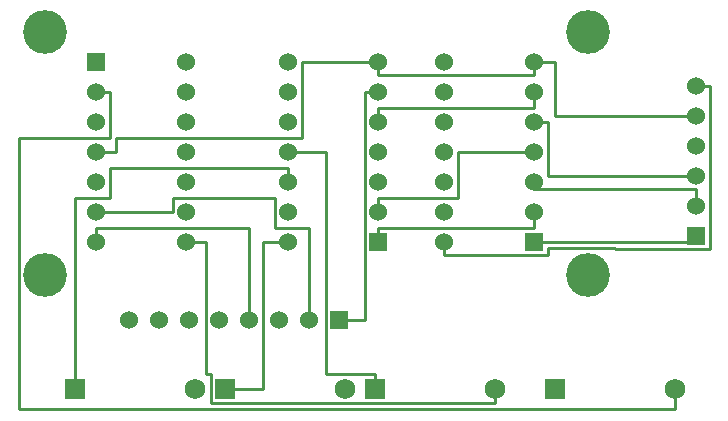
<source format=gtl>
G04 start of page 2 for group 0 idx 0 *
G04 Title: (unknown), top *
G04 Creator: pcb 4.2.2 *
G04 CreationDate: Sat Mar 22 22:15:11 2025 UTC *
G04 For: electronics *
G04 Format: Gerber/RS-274X *
G04 PCB-Dimensions (mil): 2500.00 1500.00 *
G04 PCB-Coordinate-Origin: lower left *
%MOIN*%
%FSLAX25Y25*%
%LNGTL*%
%ADD18C,0.0280*%
%ADD17C,0.0380*%
%ADD16C,0.1200*%
%ADD15C,0.1460*%
%ADD14C,0.0600*%
%ADD13C,0.0680*%
%ADD12C,0.0001*%
%ADD11C,0.0100*%
G54D11*X237000Y111000D02*X190000D01*
X237000Y91000D02*X187500D01*
Y109000D02*Y91000D01*
X190000Y129000D02*Y111000D01*
X187500Y109000D02*X183000D01*
D03*
X190000Y129000D02*X183000D01*
Y79000D02*Y73500D01*
Y119000D02*Y113500D01*
Y89000D02*Y86500D01*
X237000D02*X183000D01*
X131000Y129000D02*X105500D01*
X183000D02*Y124500D01*
X131000D01*
Y129000D02*Y124500D01*
X187500Y64500D02*X153000D01*
X126500Y119000D02*Y43000D01*
X131000Y119000D02*X126500D01*
X183000Y113500D02*X131000D01*
X183000Y99000D02*X157500D01*
Y83500D01*
X131000D01*
X183000Y73500D02*X131000D01*
Y69000D01*
Y113500D02*Y109000D01*
Y83500D02*Y79000D01*
X105500Y129000D02*Y103500D01*
X43500D01*
X101000Y93500D02*X41500D01*
X88000Y73500D02*Y43000D01*
X101000Y93500D02*Y89000D01*
Y69000D02*X92500D01*
Y20000D01*
X80000D01*
X153000Y69000D02*Y64500D01*
X96500Y83500D02*Y73500D01*
X108000D02*X96500D01*
X113500Y99000D02*X101000D01*
X113500D02*Y24900D01*
X130000D02*X113500D01*
X130000D02*Y20000D01*
X108000Y73500D02*Y43000D01*
X126500D02*X118000D01*
X230000Y13100D02*X11200D01*
X230000Y20000D02*Y13100D01*
X170000Y15100D02*X75100D01*
X170000Y20000D02*Y15100D01*
X62500Y79000D02*X37000D01*
X62500Y83500D02*Y79000D01*
X96500Y83500D02*X62500D01*
X37000Y73500D02*Y69000D01*
X30000Y83500D02*Y20000D01*
X43500Y103500D02*Y99000D01*
X41500Y119000D02*X37000D01*
X41500D02*Y103500D01*
X11200D02*Y13100D01*
X88000Y73500D02*X37000D01*
X73500Y69000D02*X67000D01*
X73500D02*Y24900D01*
X75100D02*X73500D01*
X75100D02*Y15100D01*
X43500Y99000D02*X37000D01*
X41500Y103500D02*X11200D01*
X41500Y93500D02*Y83500D01*
X30000D01*
X241500Y66500D02*X209800D01*
Y66800D02*Y66500D01*
Y66800D02*X187500D01*
Y64500D01*
X237000Y69000D02*X183000D01*
X241500Y121000D02*X237000D01*
X241500D02*Y66500D01*
X237000Y71000D02*Y69000D01*
Y86500D02*Y81000D01*
G54D12*G36*
X186600Y23400D02*Y16600D01*
X193400D01*
Y23400D01*
X186600D01*
G37*
G54D13*X230000Y20000D03*
X170000D03*
G54D12*G36*
X128000Y72000D02*Y66000D01*
X134000D01*
Y72000D01*
X128000D01*
G37*
G36*
X234000Y74000D02*Y68000D01*
X240000D01*
Y74000D01*
X234000D01*
G37*
G36*
X180000Y72000D02*Y66000D01*
X186000D01*
Y72000D01*
X180000D01*
G37*
G54D14*X153000Y69000D03*
G54D12*G36*
X126600Y23400D02*Y16600D01*
X133400D01*
Y23400D01*
X126600D01*
G37*
G36*
X76600D02*Y16600D01*
X83400D01*
Y23400D01*
X76600D01*
G37*
G54D13*X120000Y20000D03*
G54D12*G36*
X26600Y23400D02*Y16600D01*
X33400D01*
Y23400D01*
X26600D01*
G37*
G54D13*X70000Y20000D03*
G54D14*X131000Y79000D03*
X101000D03*
X237000Y81000D03*
X183000Y79000D03*
X153000D03*
X237000Y91000D03*
Y101000D03*
Y111000D03*
Y121000D03*
X183000Y89000D03*
Y99000D03*
Y109000D03*
Y119000D03*
Y129000D03*
X153000Y109000D03*
Y99000D03*
Y89000D03*
X131000D03*
X101000D03*
X67000Y79000D03*
Y89000D03*
Y99000D03*
Y109000D03*
X131000Y99000D03*
Y109000D03*
Y119000D03*
X101000Y129000D03*
Y119000D03*
Y109000D03*
Y99000D03*
X131000Y129000D03*
X153000D03*
Y119000D03*
G54D12*G36*
X34000Y132000D02*Y126000D01*
X40000D01*
Y132000D01*
X34000D01*
G37*
G54D14*X67000Y119000D03*
Y129000D03*
X37000Y119000D03*
Y109000D03*
Y99000D03*
Y89000D03*
Y79000D03*
G54D12*G36*
X115000Y46000D02*Y40000D01*
X121000D01*
Y46000D01*
X115000D01*
G37*
G54D14*X108000Y43000D03*
X98000D03*
X88000D03*
X78000D03*
X68000D03*
X58000D03*
X48000D03*
X101000Y69000D03*
X37000D03*
X67000D03*
G54D15*X20000Y139000D03*
X201000D03*
Y58000D03*
X20000D03*
G54D16*G54D17*G54D18*G54D17*G54D18*G54D17*G54D18*G54D17*G54D18*G54D17*G54D18*M02*

</source>
